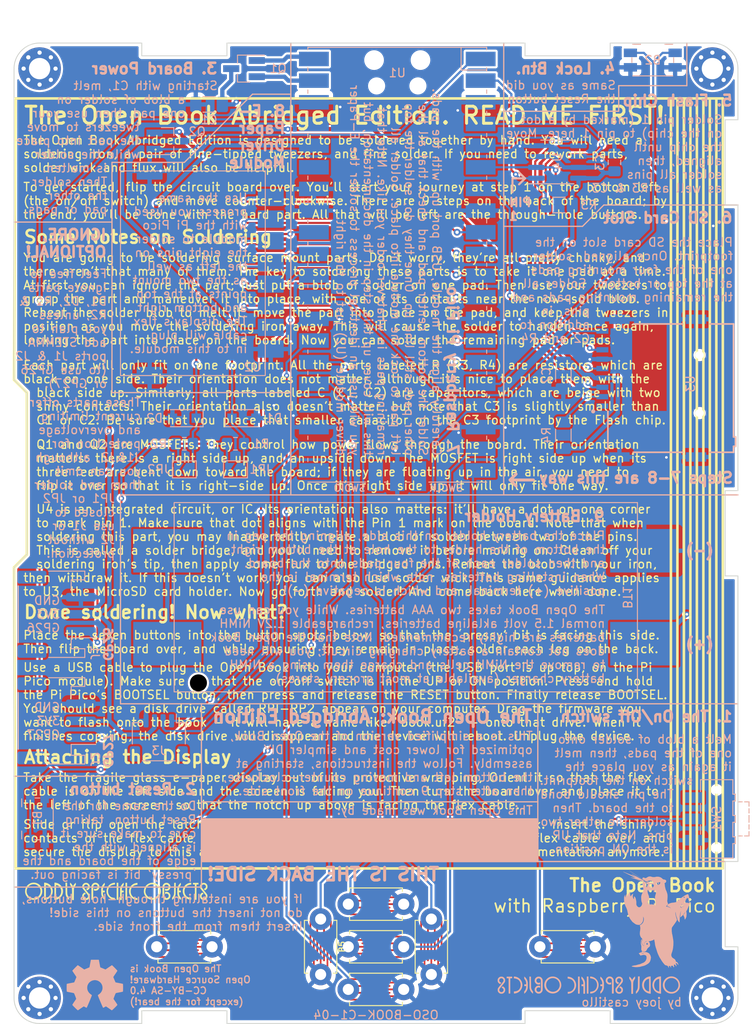
<source format=kicad_pcb>
(kicad_pcb (version 20211014) (generator pcbnew)
  (title_block (title "Open Book Abridged Edition") (date "2022-07-10") (rev "04") (company "Oddly Specific Objects"))
  (layers (0 "F.Cu" signal) (31 "B.Cu" signal) (34 "B.Paste" user) (35 "F.Paste" user) (36 "B.SilkS" user "B.Silkscreen") (37 "F.SilkS" user "F.Silkscreen") (38 "B.Mask" user) (39 "F.Mask" user) (44 "Edge.Cuts" user))
  (net 0 "")
  (net 1 "GND")
  (net 2 "VCC")
  (net 3 "+BATT")
  (net 4 "/GP26")
  (net 5 "/GP27")
  (net 6 "/TX{slash}SDA")
  (net 7 "/RX{slash}SCL")
  (net 8 "VBUS")
  (net 9 "+3V3")
  (net 10 "/BTN_LOCK")
  (net 11 "/BABEL_CS")
  (net 12 "/SD_CS")
  (net 13 "/SCK")
  (net 14 "/MOSI")
  (net 15 "/MISO")
  (net 16 "/DISPLAY_BUSY")
  (net 17 "/DISPLAY_RESET")
  (net 18 "/DISPLAY_DC")
  (net 19 "/DISPLAY_CS")
  (net 20 "/DISPLAY_SCK")
  (net 21 "/DISPLAY_MOSI")
  (net 22 "/BTN_RIGHT")
  (net 23 "/BTN_SEL")
  (net 24 "/BTN_NEXT")
  (net 25 "/BTN_PREV")
  (net 26 "/BTN_UP")
  (net 27 "/BTN_LEFT")
  (net 28 "/BTN_DOWN")
  (net 29 "/SD_CD")
  (net 30 "/RESET")
  (net 31 "Net-(J1-Pad1)")
  (net 32 "/EN")
  (net 33 "/SWCLK")
  (net 34 "/SWDIO")
  (net 36 "+3.3VP")
  (net 38 "Net-(J2-Pad1)")
  (net 41 "/~{EN2}")
  (net 42 "BATT_MID")
  (footprint "TACT_PANA-EVQ:TACT_PANA-EVQ-BUTTONPAD" (layer "F.Cu") (at 42.5 111)
    (fp_text reference "B8" hide)
    (fp_text value "SW_Push")
  )
  (footprint "TACT_PANA-EVQ:TACT_PANA-EVQ-BUTTONPAD" (layer "F.Cu") (at 65 106)
    (fp_text reference "B4" hide)
    (fp_text value "SW_Push")
  )
  (footprint "TACT_PANA-EVQ:TACT_PANA-EVQ-BUTTONPAD" (layer "F.Cu") (at 42.5 106 180)
    (fp_text reference "B7" hide)
    (fp_text value "SW_Push")
  )
  (footprint "MountingHole:MountingHole_2.5mm_Pad_Via" (layer "F.Cu") (at 82 112)
    (fp_text reference "REF**" hide)
    (fp_text value "MountingHole_2.5mm_Pad_Via" hide)
  )
  (footprint "TACT_PANA-EVQ:TACT_PANA-EVQ-BUTTONPAD" (layer "F.Cu") (at 36 106 -90)
    (fp_text reference "B5")
    (fp_text value "SW_Push")
  )
  (footprint "TACT_PANA-EVQ:TACT_PANA-EVQ-BUTTONPAD" (layer "F.Cu") (at 42.5 101)
    (fp_text reference "B6" hide)
    (fp_text value "SW_Push")
  )
  (footprint "Oddly_Specific_Artwork:oso-logotype-2mm" (layer "F.Cu") (at 12 99.5)
    (fp_text reference "G***" hide)
    (fp_text value "LOGO" hide)
  )
  (footprint "MountingHole:MountingHole_2.5mm_Pad_Via" (layer "F.Cu") (at 82 3)
    (fp_text reference "REF**" hide)
    (fp_text value "MountingHole_2.5mm_Pad_Via" hide)
  )
  (footprint "TACT_PANA-EVQ:TACT_PANA-EVQ-BUTTONPAD" (layer "F.Cu") (at 49 106 -90)
    (fp_text reference "B9" hide)
    (fp_text value "SW_Push")
  )
  (footprint "MountingHole:MountingHole_2.5mm_Pad_Via" (layer "F.Cu") (at 3 112)
    (fp_text reference "REF**" hide)
    (fp_text value "MountingHole_2.5mm_Pad_Via" hide)
  )
  (footprint "MountingHole:MountingHole_2.5mm_Pad_Via" (layer "F.Cu") (at 3 3)
    (fp_text reference "REF**" hide)
    (fp_text value "MountingHole_2.5mm_Pad_Via" hide)
  )
  (footprint "TACT_PANA-EVQ:TACT_PANA-EVQ-BUTTONPAD" (layer "F.Cu") (at 20 106)
    (fp_text reference "B3" hide)
    (fp_text value "SW_Push")
  )
  (footprint "Jumper:SolderJumper-2_P1.3mm_Open_TrianglePad1.0x1.5mm" (layer "B.Cu") (at 20 50 180)
    (fp_text reference "JP2")
    (fp_text value "Jumper_2_Open")
  )
  (footprint "Connector_JST:JST_PH_S3B-PH-SM4-TB_1x03-1MP_P2.00mm_Horizontal" (layer "B.Cu") (at 5 79.5 90)
    (fp_text reference "J2")
    (fp_text value "JST-PH3")
  )
  (footprint "Oddly_Specific_Artwork:oso-logotype-2mm" (layer "B.Cu") (at 67.5 110.5 180)
    (fp_text reference "G***" hide)
    (fp_text value "LOGO" hide)
  )
  (footprint "Diode_SMD:D_SOD-123F" (layer "B.Cu") (at 20 44 180)
    (fp_text reference "D2")
    (fp_text value "D_Zener")
  )
  (footprint "Connector_JST:JST_PH_S3B-PH-SM4-TB_1x03-1MP_P2.00mm_Horizontal" (layer "B.Cu") (at 5 67 90)
    (fp_text reference "J1")
    (fp_text value "JST-PH3")
  )
  (footprint "OSO-BOOK-C2-01:OSO-BOOK-C2-01" (layer "B.Cu") (at 21 27 180)
    (fp_text reference "U2")
    (fp_text value "OSO-BOOK-C2-01")
  )
  (footprint "Package_SO:SOIC-8_3.9x4.9mm_P1.27mm" (layer "B.Cu") (at 63.8 13.95)
    (fp_text reference "U4")
    (fp_text value "GD25Q16C")
  )
  (footprint "Oddly_Specific_Artwork:oso-bear-8mm-wide" (layer "B.Cu") (at 75.5 102.75 180)
    (fp_text reference "G***" hide)
    (fp_text value "LOGO" hide)
  )
  (footprint "Diode_SMD:D_SOD-123F" (layer "B.Cu") (at 27 44)
    (fp_text reference "D1")
    (fp_text value "D_Zener")
  )
  (footprint "Connector_JST:JST_SH_SM04B-SRSS-TB_1x04-1MP_P1.00mm_Horizontal" (layer "B.Cu") (at 17 81.5 180)
    (fp_text reference "J3")
    (fp_text value "JST-PH4")
  )
  (footprint "Capacitor_SMD:C_1206_3216Metric_Pad1.33x1.80mm_HandSolder" (layer "B.Cu") (at 64.5 39 90)
    (fp_text reference "C2")
    (fp_text value "10µF")
  )
  (footprint "Capacitor_SMD:C_0805_2012Metric_Pad1.18x1.45mm_HandSolder" (layer "B.Cu") (at 70.5 14 90)
    (fp_text reference "C3")
    (fp_text value "1µF")
  )
  (footprint "Button_Switch_SMD:Panasonic_EVQPUJ_EVQPUA" (layer "B.Cu") (at 75 2 180)
    (fp_text reference "B2")
    (fp_text value "SW_Push")
  )
  (footprint "Package_TO_SOT_SMD:SOT-23_Handsoldering" (layer "B.Cu") (at 18 11.5)
    (fp_text reference "Q2")
    (fp_text value "Q_PMOS_GSD")
  )
  (footprint "Resistor_SMD:R_0805_2012Metric_Pad1.20x1.40mm_HandSolder" (layer "B.Cu") (at 20 47 180)
    (fp_text reference "R2")
    (fp_text value "1k")
  )
  (footprint "Resistor_SMD:R_1206_3216Metric_Pad1.30x1.75mm_HandSolder" (layer "B.Cu") (at 64 19)
    (fp_text reference "R3")
    (fp_text value "10K")
  )
  (footprint "Jumper:SolderJumper-2_P1.3mm_Open_TrianglePad1.0x1.5mm" (layer "B.Cu") (at 26 50 180)
    (fp_text reference "JP1")
    (fp_text value "Jumper_2_Open")
  )
  (footprint "MEM2075-00-140-01-A:GCT_MEM2075-00-140-01-A" (layer "B.Cu") (at 80.5 40 -90)
    (fp_text reference "U3")
    (fp_text value "MEM2075")
  )
  (footprint "Battery_Holder:AAA_SMT" (layer "B.Cu") (at 46 65 180)
    (fp_text reference "BT1")
    (fp_text value "Battery")
  )
  (footprint "Button_Switch_SMD:SW_SPDT_CK-JS102011SAQN" (layer "B.Cu") (at 82.5 91 -90)
    (fp_text reference "SW1")
    (fp_text value "SW_SPDT")
  )
  (footprint "Symbol:OSHW-Symbol_6.7x6mm_SilkScreen" (layer "B.Cu") (at 9.5 110.5 180)
    (fp_text reference "REF**" hide)
    (fp_text value "OSHW-Symbol_6.7x6mm_SilkScreen" hide)
  )
  (footprint "Resistor_SMD:R_1206_3216Metric_Pad1.30x1.75mm_HandSolder" (layer "B.Cu") (at 64.5 46 -90)
    (fp_text reference "R4")
    (fp_text value "10K")
  )
  (footprint "Package_TO_SOT_SMD:SOT-23_Handsoldering" (layer "B.Cu") (at 27 3 180)
    (fp_text reference "Q1")
    (fp_text value "Q_PMOS_GSD")
  )
  (footprint "Resistor_SMD:R_0805_2012Metric_Pad1.20x1.40mm_HandSolder" (layer "B.Cu") (at 26 47 180)
    (fp_text reference "R1")
    (fp_text value "1k")
  )
  (footprint "Capacitor_SMD:C_1206_3216Metric_Pad1.33x1.80mm_HandSolder" (layer "B.Cu") (at 22.9 7.2 180)
    (fp_text reference "C1")
    (fp_text value "10µF")
  )
  (footprint "Button_Switch_SMD:Panasonic_EVQPUJ_EVQPUA" (layer "B.Cu") (at 2.75 91 -90)
    (fp_text reference "B1")
    (fp_text value "SW_Push")
  )
  (footprint "MCU_RaspberryPi_and_Boards:RPi_Pico_SMD" (layer "B.Cu") (at 45 26 180)
    (fp_text reference "U1")
    (fp_text value "Pico")
  )
  (gr_line (start 22 89) (end 22 99) (layer "B.SilkS") (width 0.15))
  (gr_line (start 12.5 77.5) (end 22 77.5) (layer "B.SilkS") (width 0.15))
  (gr_line (start 60 15.875) (end 58.525 15.875) (layer "B.SilkS") (width 0.25))
  (gr_line (start 22 89) (end 61.5 89) (layer "B.SilkS") (width 0.15))
  (gr_line (start 11.5 14) (end 20 14) (layer "B.SilkS") (width 0.15))
  (gr_line (start 71 8) (end 57.5 8) (layer "B.SilkS") (width 0.15))
  (gr_line (start 69.25 19) (end 85 19) (layer "B.SilkS") (width 0.15))
  (gr_line (start 61.5 96) (end 22 96) (layer "B.SilkS") (width 0.15))
  (gr_line (start 79 5) (end 71 5) (layer "B.SilkS") (width 0.15))
  (gr_line (start 57.5 21.5) (end 66.75 21.5) (layer "B.SilkS") (width 0.15))
  (gr_line (start 58.95 50.55) (end 58.25 51.25) (layer "B.SilkS") (width 0.35))
  (gr_line (start 32.5 42) (end 32.5 53) (layer "B.SilkS") (width 0.15))
  (gr_line (start 28 6) (end 32.5 6) (layer "B.SilkS") (width 0.15))
  (gr_line (start 57.5 21.5) (end 57.5 0) (layer "B.SilkS") (width 0.15))
  (gr_line (start 85 77.5) (end 22 77.5) (layer "B.SilkS") (width 0.15))
  (gr_line (start 58.525 15.875) (end 58.525 17.5) (layer "B.SilkS") (width 0.25))
  (gr_line (start 61.5 96) (end 83.5 96) (layer "B.SilkS") (width 0.15))
  (gr_line (start 58.25 51.25) (end 58.95 51.95) (layer "B.SilkS") (width 0.35))
  (gr_line (start 11.5 41) (end 32.5 41) (layer "B.SilkS") (width 0.15))
  (gr_line (start 79 0) (end 79 5) (layer "B.SilkS") (width 0.15))
  (gr_line (start 22 99) (end 0 99) (layer "B.SilkS") (width 0.15))
  (gr_line (start 58.25 51.25) (end 60.9875 51.25) (layer "B.SilkS") (width 0.35))
  (gr_line (start 32.5 1.5) (end 32.5 42) (layer "B.SilkS") (width 0.15))
  (gr_rect (start 61.5 96) (end 22 91) (layer "B.SilkS") (width 0.15) (fill solid))
  (gr_line (start 20 14) (end 28 6) (layer "B.SilkS") (width 0.15))
  (gr_line (start 59.3 16.575) (end 60 15.875) (layer "B.SilkS") (width 0.25))
  (gr_line (start 32.5 0) (end 32.5 1.5) (layer "B.SilkS") (width 0.15))
  (gr_line (start 11.5 21) (end 11.5 41) (layer "B.SilkS") (width 0.15))
  (gr_line (start 11.5 14) (end 11.5 21) (layer "B.SilkS") (width 0.15))
  (gr_line (start 61.5 96) (end 61.5 77.5) (layer "B.SilkS") (width 0.15))
  (gr_line (start 60 15.875) (end 59.3 15.175) (layer "B.SilkS") (width 0.25))
  (gr_line (start 22 77.5) (end 22 89) (layer "B.SilkS") (width 0.15))
  (gr_line (start 66.75 21.5) (end 69.25 19) (layer "B.SilkS") (width 0.15))
  (gr_line (start 57.5 53) (end 57.5 21.5) (layer "B.SilkS") (width 0.15))
  (gr_line (start 12.5 53) (end 12.5 77.5) (layer "B.SilkS") (width 0.15))
  (gr_line (start 22 86) (end 0 86) (layer "B.SilkS") (width 0.15))
  (gr_line (start 11.5 21) (end 0 21) (layer "B.SilkS") (width 0.15))
  (gr_line (start 12.5 53) (end 85 53) (layer "B.SilkS") (width 0.15))
  (gr_line (start 71 5) (end 71 8) (layer "B.SilkS") (width 0.15))
  (gr_line (start 81.702 6.5) (end 82.464 6.5) (layer "F.SilkS") (width 0.3048))
  (gr_line (start 1.5 60) (end 0 61.5) (layer "F.SilkS") (width 0.3048))
  (gr_line (start 80.94 6.5) (end 80.94 96.812) (layer "F.SilkS") (width 0.3048))
  (gr_line (start 80.94 6.5) (end 81.702 6.5) (layer "F.SilkS") (width 0.3048))
  (gr_line (start 77.892 96.812) (end 77.13 96.812) (layer "F.SilkS") (width 0.3048))
  (gr_line (start 1.5 60) (end 1.5 41) (layer "F.SilkS") (width 0.3048))
  (gr_line (start 77.892 6.5) (end 77.892 96.812) (layer "F.SilkS") (width 0.3048))
  (gr_line (start 0.168 6.5) (end 77.13 6.5) (layer "F.SilkS") (width 0.3048))
  (gr_line (start 82.464 96.812) (end 81.702 96.812) (layer "F.SilkS") (width 0.3048))
  (gr_line (start 83.226 6.5) (end 83.226 96.812) (layer "F.SilkS") (width 0.3048))
  (gr_line (start 77.892 6.5) (end 78.654 6.5) (layer "F.SilkS") (width 0.3048))
  (gr_line (start 77.13 96.812) (end 0.168 96.812) (layer "F.SilkS") (width 0.3048))
  (gr_line (start 79.416 96.812) (end 78.654 96.812) (layer "F.SilkS") (width 0.3048))
  (gr_line (start 83.226 96.812) (end 82.464 96.812) (layer "F.SilkS") (width 0.3048))
  (gr_line (start 80.178 96.812) (end 79.416 96.812) (layer "F.SilkS") (width 0.3048))
  (gr_line (start 80.178 6.5) (end 80.178 96.812) (layer "F.SilkS") (width 0.3048))
  (gr_line (start 0 39.5) (end 0.168 6.5) (layer "F.SilkS") (width 0.3048))
  (gr_line (start 0 61.5) (end 0.168 96.812) (layer "F.SilkS") (width 0.3048))
  (gr_line (start 81.702 6.5) (end 81.702 96.812) (layer "F.SilkS") (width 0.3048))
  (gr_line (start 82.464 6.5) (end 82.464 96.812) (layer "F.SilkS") (width 0.3048))
  (gr_line (start 81.702 96.812) (end 80.94 96.812) (layer "F.SilkS") (width 0.3048))
  (gr_line (start 80.94 96.812) (end 80.178 96.812) (layer "F.SilkS") (width 0.3048))
  (gr_line (start 77.13 6.5) (end 77.892 6.5) (layer "F.SilkS") (width 0.3048))
  (gr_line (start 82.464 6.5) (end 83.226 6.5) (layer "F.SilkS") (width 0.3048))
  (gr_line (start 78.654 96.812) (end 77.892 96.812) (layer "F.SilkS") (width 0.3048))
  (gr_line (start 79.416 6.5) (end 79.416 96.812) (layer "F.SilkS") (width 0.3048))
  (gr_line (start 78.654 6.5) (end 79.416 6.5) (layer "F.SilkS") (width 0.3048))
  (gr_line (start 77.13 6.5) (end 77.13 96.812) (layer "F.SilkS") (width 0.3048))
  (gr_line (start 79.416 6.5) (end 80.178 6.5) (layer "F.SilkS") (width 0.3048))
  (gr_line (start 78.654 6.5) (end 78.654 96.812) (layer "F.SilkS") (width 0.3048))
  (gr_line (start 1.5 41) (end 0 39.5) (layer "F.SilkS") (width 0.3048))
  (gr_line (start 80.178 6.5) (end 80.94 6.5) (layer "F.SilkS") (width 0.3048))
  (gr_line (start 85 9) (end 83.5 9) (layer "Edge.Cuts") (width 0.1))
  (gr_line (start 83.5 96) (end 85 96) (layer "Edge.Cuts") (width 0.1))
  (gr_line (start 85 106) (end 83.5 106) (layer "Edge.Cuts") (width 0.1))
  (gr_line (start 85 62.5) (end 85 96) (layer "Edge.Cuts") (width 0.1))
  (gr_line (start 83.5 52.5) (end 83.5 62.5) (layer "Edge.Cuts") (width 0.1))
  (gr_line (start 70 1.5) (end 70 0) (layer "Edge.Cuts") (width 0.1))
  (gr_line (start 25 0) (end 25 1.5) (layer "Edge.Cuts") (width 0.1))
  (gr_line (start 85 112) (end 85 106) (layer "Edge.Cuts") (width 0.1))
  (gr_line (start 25 1.5) (end 15 1.5) (layer "Edge.Cuts") (width 0.1))
  (gr_line (start 70 113.5) (end 60 113.5) (layer "Edge.Cuts") (width 0.1))
  (gr_line (start 83.5 19) (end 85 19) (layer "Edge.Cuts") (width 0.1))
  (gr_line (start 0 112) (end 0 61.5) (layer "Edge.Cuts") (width 0.1))
  (gr_line (start 1.5 60) (end 1.5 41) (layer "Edge.Cuts") (width 0.1))
  (gr_line (start 70 0) (end 82 0) (layer "Edge.Cuts") (width 0.1))
  (gr_line (start 83.5 9) (end 83.5 19) (layer "Edge.Cuts") (width 0.1))
  (gr_line (start 70 115) (end 82 115) (layer "Edge.Cuts") (width 0.1))
  (gr_line (start 0 39.5) (end 0 3) (layer "Edge.Cuts") (width 0.1))
  (gr_line (start 15 1.5) (end 15 0) (layer "Edge.Cuts") (width 0.1))
  (gr_line (start 60 1.5) (end 70 1.5) (layer "Edge.Cuts") (width 0.1))
  (gr_line (start 25 0) (end 60 0) (layer "Edge.Cuts") (width 0.1))
  (gr_line (start 15 115) (end 15 113.5) (layer "Edge.Cuts") (width 0.1))
  (gr_arc (start 0 3) (mid 0.87868 0.87868) (end 3 0) (layer "Edge.Cuts") (width 0.1))
  (gr_line (start 60 0) (end 60 1.5) (layer "Edge.Cuts") (width 0.1))
  (gr_arc (start 85 112) (mid 84.12132 114.12132) (end 82 115) (layer "Edge.Cuts") (width 0.1))
  (gr_line (start 0 61.5) (end 1.5 60) (layer "Edge.Cuts") (width 0.1))
  (gr_arc (start 3 115) (mid 0.87868 114.12132) (end 0 112) (layer "Edge.Cuts") (width 0.1))
  (gr_line (start 85 3) (end 85 9) (layer "Edge.Cuts") (width 0.1))
  (gr_line (start 1.5 41) (end 0 39.5) (layer "Edge.Cuts") (width 0.1))
  (gr_line (start 70 115) (end 70 113.5) (layer "Edge.Cuts") (width 0.1))
  (gr_line (start 83.5 106) (end 83.5 96) (layer "Edge.Cuts") (width 0.1))
  (gr_line (start 60 115) (end 25 115) (layer "Edge.Cuts") (width 0.1))
  (gr_line (start 85 19) (end 85 52.5) (layer "Edge.Cuts") (width 0.1))
  (gr_line (start 15 113.5) (end 25 113.5) (layer "Edge.Cuts") (width 0.1))
  (gr_line (start 3 0) (end 15 0) (layer "Edge.Cuts") (width 0.1))
  (gr_line (start 3 115) (end 15 115) (layer "Edge.Cuts") (width 0.1))
  (gr_line (start 25 113.5) (end 25 115) (layer "Edge.Cuts") (width 0.1))
  (gr_line (start 85 52.5) (end 83.5 52.5) (layer "Edge.Cuts") (width 0.1))
  (gr_line (start 60 113.5) (end 60 115) (layer "Edge.Cuts") (width 0.1))
  (gr_line (start 83.5 62.5) (end 85 62.5) (layer "Edge.Cuts") (width 0.1))
  (gr_arc (start 82 0) (mid 84.12132 0.87868) (end 85 3) (layer "Edge.Cuts") (width 0.1))
  (gr_text "Place the battery holder on this side, aligning the peg in \nthe bottom of the holder to the hole at the bottom right, \nand then solder each of the four pads onto the board. \nWhen installing batteries, note which terminal is the\npositive (+) terminal, and which is negative (-)!" (at 69.5 61) (layer "B.SilkS") (effects (font (size 1 1)) (justify left mirror)))
  (gr_text "If you are installing through-hole buttons,\ndo not insert the buttons on this side!\nInsert them from the front side." (at 34 102) (layer "B.SilkS") (effects (font (size 1 1)) (justify left mirror)))
  (gr_text "3. Board Power" (at 24 3) (layer "B.SilkS") (effects (font (size 1.25 1.25) (thickness 0.3)) (justify left mirror)))
  (gr_text "Steps 7-8 are this way" (at 61.5 51) (layer "B.SilkS") (effects (font (size 1.25 1.25) (thickness 0.3)) (justify right mirror)))
  (gr_text "The Open Book: Abridged Edition" (at 61 79) (layer "B.SilkS") (effects (font (size 1.5 1.5) (thickness 0.35)) (justify left mirror)))
  (gr_text "6. SD Card Slot" (at 84.5 20.5) (layer "B.SilkS") (effects (font (size 1.25 1.25) (thickness 0.3)) (justify left mirror)))
  (gr_text "2. Reset button" (at 21.5 87.5) (layer "B.SilkS") (effects (font (size 1.25 1.25) (thickness 0.3)) (justify left mirror)))
  (gr_text "Do the same for the\nReset button, taking\ncare to make sure it \nis aligned with the \nedge of the board and the \n‘pressy’ bit is facing out." (at 21.5 93.5) (layer "B.SilkS") (effects (font (size 1 1)) (justify left mirror)))
  (gr_text "These parts offer\ncurrent limiting\nand overvoltage\nprotection for\nJ1&J2, although\nyou can omit \nthem and solder \n    JP1 or JP2 \n    closed to\n    use J1 or \n    J2 without\n    protection." (at 15 51) (layer "B.SilkS") (effects (font (size 1 1)) (justify left mirror)))
  (gr_text "GP26" (at 11 70.5 270) (layer "B.SilkS") (effects (font (size 1 1) (thickness 0.25)) (justify mirror)))
  (gr_text "by joey castillo" (at 78.5 112.5) (layer "B.SilkS") (effects (font (size 1 1)) (justify left mirror)))
  (gr_text "This is a simplified version of the Open Book, \noptimized for lower cost and simpler DIY \nassembly. Follow the instructions, starting at \nthe bottom left and moving counter-clockwise,\nthen after step 9 continue on the front side." (at 61 84.5) (layer "B.SilkS") (effects (font (size 1 1)) (justify left mirror)))
  (gr_text "9. Battery Holder" (at 69.5 55.5) (layer "B.SilkS") (effects (font (size 1.25 1.25) (thickness 0.3)) (justify left mirror)))
  (gr_text "This Open Book was made by:" (at 61 90) (layer "B.SilkS") (effects (font (size 1 1)) (justify left mirror)))
  (gr_text "GP27" (at 11 83 270) (layer "B.SilkS") (effects (font (size 1 1) (thickness 0.25)) (justify mirror)))
  (gr_text "(+)" (at 80.5 70.5) (layer "B.SilkS") (effects (font (size 1.25 1.25) (thickness 0.3125)) (justify mirror)))
  (gr_text "Melt a blob of solder onto\none of the pads, then melt\nit again as you place the \n      switch on the footprint.\n         The pin should bond\n         to the board. Then \n         solder the other two \n         pins. Note that UP\n         is the ON position." (at 84.4 88.1) (layer "B.SilkS") (effects (font (size 1 1)) (justify left mirror)))
  (gr_text "1. The On/Off switch" (at 84.5 79) (layer "B.SilkS") (effects (font (size 1.25 1.25) (thickness 0.3)) (justify left mirror)))
  (gr_text "7. Raspberry Pi Pico" (at 51.5 48.5 270) (layer "B.SilkS") (effects (font (size 1.25 1.25) (thickness 0.3)) (justify left mirror)))
  (gr_text "THIS IS THE BACK SIDE!" (at 22.5 97.5) (layer "B.SilkS") (effects (font (size 1.5 1.5) (thickness 0.35)) (justify right mirror)))
  (gr_text "Same as you did\nthe Reset button" (at 70.75 5.75) (layer "B.SilkS") (effects (font (size 1 1)) (justify left mirror)))
  (gr_text "The Open Book is\nOpen Source Hardware!\nCC-BY-SA 4.0\n(except for the bear!)" (at 13.5 110.5) (layer "B.SilkS") (effects (font (size 0.8 0.8)) (justify right mirror)))
  (gr_text "GND\n3V3\nGP26" (at 5.5 67) (layer "B.SilkS") (effects (font (size 1 1)) (justify left mirror)))
  (gr_text "8. E-\nPaper\nDriver\nModule" (at 32 11) (layer "B.SilkS") (effects (font (size 1.25 1.25) (thickness 0.3)) (justify left mirror)))
  (gr_text "Use the same \nprocess you used \nwith the Pi Pico\nmodule to solder\nthe eight pins on\nthe left as well\nas the two mount\npoints at the top\nand bottom right.\nThe display's flex\ncable will plug \nin to this module." (at 27.5 27) (layer "B.SilkS") (effects (font (size 1 1)) (justify left mirror)))
  (gr_text "Feel free to\nignore parts\nD1, D2, R1 &\nR2, unless \nyou plan to \nadd STEMMA \nports J1 & J2 \n(to use GP26 \nor GP27)." (at 11 33.5) (layer "B.SilkS") (effects (font (size 1 1)) (justify left mirror)))
  (gr_text "OSO-BOOK-C1-04" (at 42.5 114) (layer "B.SilkS") (effects (font (size 1 1)) (justify mirror)))
  (gr_text "PIN\n1" (at 58 19.5) (layer "B.SilkS") (effects (font (size 1 1) (thickness 0.25)) (justify right mirror)))
  (gr_text "5. Flash Chip" (at 84.5 6.75) (layer "B.SilkS") (effects (font (size 1.25 1.25) (thickness 0.3)) (justify left mirror)))
  (gr_text "Carefully align the module, USB port up, with the pads. \nSolder the bottom center pad, and check that all the\nother pads still line up. Once they do, solder the top\nleft pad to lock the module into place. Solder all\nremaining pads in whatever order you like. Note that \nthis will cover up this step in the documentation, but\nyou will use an identical process to solder the E-Paper\ndriver module (U2) just to the right." (at 44 48.5 270) (layer "B.SilkS") (effects (font (size 1 1)) (justify left mirror)))
  (gr_text "The Open Book takes two AAA batteries. While you can use\nnormal 1.5 volt aklaline batteries, rechargeable 1.2V NiMH \nbatteries are highly recommended. Note that the Open Book\ndoes not contain a battery charging circuit; you will need\nto remove the NiMH cells and charge them using a NiMH \nbattery charger (available at most grocery stores)." (at 69.5 70.5) (layer "B.SilkS") (effects (font (size 1 1)) (justify left mirror)))
  (gr_text "Place the SD card slot on the\nfootprint. Once aligned, solder\none of the four mounting pads \nat the top or bottom. Solder all \nthe remaining mounting pads and \n                      pins, in \n                      addition to\n                      C2 and R4." (at 84.5 29) (layer "B.SilkS") (effects (font (size 1 1)) (justify left mirror)))
  (gr_text "(-)" (at 80.5 59.5) (layer "B.SilkS") (effects (font (size 1.25 1.25) (thickness 0.3125)) (justify mirror)))
  (gr_text "4. Lock Btn." (at 70.75 3) (layer "B.SilkS") (effects (font (size 1.25 1.25) (thickness 0.3)) (justify left mirror)))
  (gr_text "Solder pin 1 (marked by a dot\non the chip) to pin 1 here. Move \nthe chip until \naligned, then \nsolder all pins \nas well as R3 & C3." (at 83.25 13) (layer "B.SilkS") (effects (font (size 1 1)) (justify left mirror)))
  (gr_text "Starting with C1, melt \n     a blob of solder on\n     one pad, then use your\n            tweezers to move\n            the part into place\n            while the solder\n                 is molten. \n                 Then solder \n                 the other \n                 pad or pads." (at 24 12.25) (layer "B.SilkS") (effects (font (size 1 1)) (justify left mirror)))
  (gr_text "IGNORE,\nOPTIONAL!" (at 11 23.5) (layer "B.SilkS") (effects (font (size 1.25 1.25) (thickness 0.3)) (justify left mirror)))
  (gr_text "GND\n3V3\nGP27" (at 5.5 79.5) (layer "B.SilkS") (effects (font (size 1 1)) (justify left mirror)))
  (gr_text "Some Notes on Soldering" (at 1 22.75) (layer "F.SilkS") (effects (font (size 1.5 1.5) (thickness 0.3)) (justify left)))
  (gr_text "Take the fragile glass e-paper display out of its protective wrapping, Orient it so that the flex \ncable is on the left side and the screen is facing you. Then turn the board over and place it to \nthe left of the screen, so that the notch up above is facing the flex cable." (at 1 87.75) (layer "F.SilkS") (effects (font (size 1 1)) (justify left)))
  (gr_text "The Open Book Abridged Edition is designed to be soldered together by hand. You will need a\nsoldering iron, a pair of fine-tipped tweezers, and fine solder. If you need to rework parts,\nsolder wick and flux will also be helpful." (at 1 13) (layer "F.SilkS") (effects (font (size 1 1)) (justify left)))
  (gr_text "  Q1 and Q2 are MOSFETs. They control how power flows through the board. Their orientation \n  matters: there is a right side up, and an upside down. The MOSFET is right side up when its \n  three feet are bent down toward the board; if they are floating up in the air, you need to \n  flip it over so that it is right-side up. Once it's right side up, it will only fit one way." (at 1 49.5) (layer "F.SilkS") (effects (font (size 1 1)) (justify left)))
  (gr_text "You are going to be soldering surface mount parts. Don't worry, they're all pretty chunky, and \nthere aren't that many of them. The key to soldering these parts is to take it one pad at a time. \nAt first you can ignore the part; just put a blob of solder on one pad. Then use your tweezers to \ngrasp the part and maneuver it into place, with one of its contacts near the now-solid blob. \nReheat the solder blob to melt it, move the part into place on the pad, and keep the tweezers in \nposition as you move the soldering iron away. This will cause the solder to harden once again, \nlocking the part into place on the board. Now you can solder the remaining pad or pads." (at 1 30) (layer "F.SilkS") (effects (font (size 1 1)) (justify left)))
  (gr_text "Done soldering! Now what?" (at 1 66.75) (layer "F.SilkS") (effects (font (size 1.5 1.5) (thickness 0.3)) (justify left)))
  (gr_text "Use a USB cable to plug the Open Book into your computer (the USB port is up top, on the Pi \nPico module). Make sure    that the on/off switch is in the UP or ON position. Press and hold \nthe Pi Pico's BOOTSEL button, then press and release the RESET button. Finally release BOOTSEL.\nYou should see a disk drive called RPI-RP2 appear on your computer. Drag the firmware you \nwant to flash onto the book - it will have a name like {dblquote}book.uf2{dblquote} - onto that drive. When it\nfinishes copying, the disk drive will disappear and the device will reboot. Unplug the device." (at 1 77.25) (layer "F.SilkS") (effects (font (size 1 1)) (justify left)))
  (gr_text "The Open Book\n " (at 82.5 100) (layer "F.SilkS") (effects (font (size 1.5 1.5) (thickness 0.3)) (justify right)))
  (gr_text "  U4 is an integrated circuit, or IC. Its orientation also matters: it'll have a dot on one corner \n  to mark pin 1. Make sure that dot aligns with the Pin 1 mark on the board. Note that when \n  soldering this part, you may inadvertently create a blob of solder between two of the pins. \n  This is called a solder bridge, and you'll need to remove it before moving on. Clean off your \n  soldering iron's tip, then apply some flux to the bridged pins. Reheat the blob with your iron, \nthen withdraw it. If this doesn't work, you can also use solder wick. This same guidance applies \nto U3, the MicroSD card holder. Now go forth and solder! And come back here when done." (at 1 59.5) (layer "F.SilkS") (effects (font (size 1 1)) (justify left)))
  (gr_text "The Open Book Abridged Edition. READ ME FIRST!" (at 1 8.5) (layer "F.SilkS") (effects (font (size 2 2) (thickness 0.35)) (justify left)))
  (gr_text "Place the seven buttons into the button spots below, so that the ‘pressy’ bit is facing this side. \nThen flip the board over, and while ensuring they remain in place, solder each leg on the back." (at 1 70.25) (layer "F.SilkS") (effects (font (size 1 1)) (justify left)))
  (gr_text " \nwith Raspberry Pi Pico" (at 82.5 100) (layer "F.SilkS") (effects (font (size 1.5 1.5) (thickness 0.2)) (justify right)))
  (gr_text "Slide or flip open the latch on the flex connector in the E-Paper Driver block. Insert the shiny \ncontacts of the flex cable into the connector, then close the latch. Fold the flex cable over, and \nsecure the display to this area using adhesive tape; you don't need this documentation anymore." (at 1 93.25) (layer "F.SilkS") (effects (font (size 1 1)) (justify left)))
  (gr_text "Attaching the Display" (at 1 83.75) (layer "F.SilkS") (effects (font (size 1.5 1.5) (thickness 0.3)) (justify left)))
  (gr_text "To get started, flip the circuit board over. You'll start your journey at step 1 on the bottom left\n(the on/off switch) and move counter-clockwise. There are 9 steps on the back of the board; by \nthe end, you'll be done with the hard part. All that will be left are the through-hole buttons." (at 1 18.5) (layer "F.SilkS") (effects (font (size 1 1)) (justify left)))
  (gr_text "Each part will only fit on one footprint. All the parts labeled R (R3, R4) are resistors, which are \nblack on one side. Their orientation does not matter, although it's nice to place them with the \n  black side up. Similarly, all parts labeled C (C1, C2) are capacitors, which are beige with two \n  shiny contacts. Their orientation also doesn't matter, but note that C3 is slightly smaller than \n  C1 or C2. Be sure that you place that smaller capacitor on the C3 footprint by the Flash chip." (at 1 41) (layer "F.SilkS") (effects (font (size 1 1)) (justify left)))
  (via (at 57.3 7.8) (size 0.635) (drill 0.3048) (layers "F.Cu" "B.Cu") (net 1))
  (via (at 52.1 7.9) (size 0.635) (drill 0.3048) (layers "F.Cu" "B.Cu") (net 1))
  (via (at 32.5 35) (size 0.635) (drill 0.3048) (layers "F.Cu" "B.Cu") (net 1))
  (via (at 76.6 20.9) (size 0.635) (drill 0.3048) (layers "F.Cu" "B.Cu") (net 1))
  (via (at 37.6 19.65) (size 0.635) (drill 0.3048) (layers "F.Cu" "B.Cu") (net 1))
  (via (at 45.2 53.5) (size 0.635) (drill 0.3048) (layers "F.Cu" "B.Cu") (net 1))
  (via (at 52 32.3) (size 0.635) (drill 0.3048) (layers "F.Cu" "B.Cu") (net 1))
  (via (at 61.3 7.8) (size 0.635) (drill 0.3048) (layers "F.Cu" "B.Cu") (net 1))
  (via (at 32.8 43.7) (size 0.635) (drill 0.3048) (layers "F.Cu" "B.Cu") (net 1))
  (via (at 52.2 45.7) (size 0.635) (drill 0.3048) (layers "F.Cu" "B.Cu") (net 1))
  (via (at 65 11.2) (size 0.635) (drill 0.3048) (layers "F.Cu" "B.Cu") (net 1))
  (via (at 44.8 47.8) (size 0.635) (drill 0.3048) (layers "F.Cu" "B.Cu") (net 1))
  (via (at 17.2 15) (size 0.635) (drill 0.3048) (layers "F.Cu" "B.Cu") (net 1))
  (via (at 67.6 37.1) (size 0.635) (drill 0.3048) (layers "F.Cu" "B.Cu") (net 1))
  (via (at 82.1 21.45) (size 0.635) (drill 0.3048) (layers "F.Cu" "B.Cu") (net 1))
  (via (at 59.4 12.1) (size 0.635) (drill 0.3048) (layers "F.Cu" "B.Cu") (net 1))
  (via (at 59.35 32.4) (size 0.635) (drill 0.3048) (layers "F.Cu" "B.Cu") (net 1))
  (via (at 57.6 32.5) (size 0.635) (drill 0.3048) (layers "F.Cu" "B.Cu") (net 1))
  (via (at 76.6 48.6) (size 0.635) (drill 0.3048) (layers "F.Cu" "B.Cu") (net 1))
  (via (at 69 13.8) (size 0.635) (drill 0.3048) (layers "F.Cu" "B.Cu") (net 1))
  (via (at 30.5 42.5) (size 0.635) (drill 0.3048) (layers "F.Cu" "B.Cu") (net 1))
  (via (at 57.7 45.1) (size 0.635) (drill 0.3048) (layers "F.Cu" "B.Cu") (net 1))
  (via (at 38.2 32.4) (size 0.635) (drill 0.3048) (layers "F.Cu" "B.Cu") (net 1))
  (via (at 38.3 7.5) (size 0.635) (drill 0.3048) (layers "F.Cu" "B.Cu") (net 1))
  (segment (start 32.5 34) (end 34.15 32.35) (width 0.5) (layer "B.Cu") (net 1))
  (segment (start 34.1 32.35) (end 33.08 31.33) (width 0.5) (layer "B.Cu") (net 1))
  (segment (start 32.5 35) (end 32.5 34) (width 0.5) (layer "B.Cu") (net 1))
  (segment (start 31.75 3.95) (end 28.5 3.95) (width 0.5) (layer "B.Cu") (net 2))
  (segment (start 31.75 3.95) (end 32.21 4.41) (width 0.5) (layer "B.Cu") (net 2))
  (segment (start 32.21 4.41) (end 36.11 4.41) (width 0.5) (layer "B.Cu") (net 2))
  (segment (start 79 18.3) (end 67.3 6.6) (width 0.5) (layer "F.Cu") (net 3))
  (segment (start 26.4 6.6) (end 26.1 6.9) (width 0.5) (layer "F.Cu") (net 3))
  (segment (start 79 67) (end 79 18.3) (width 0.5) (layer "F.Cu") (net 3))
  (segment (start 67.3 6.6) (end 26.4 6.6) (width 0.5) (layer "F.Cu") (net 3))
  (via (at 26.1 6.9) (size 0.635) (drill 0.3048) (layers "F.Cu" "B.Cu") (net 3))
  (via (at 79 67) (size 0.635) (drill 0.3048) (layers "F.Cu" "B.Cu") (net 3))
  (segment (start 26.1 6.9) (end 25.8 7.2) (width 0.5) (layer "B.Cu") (net 3))
  (segment (start 75.55 70.45) (end 74 70.45) (width 0.5) (layer "B.Cu") (net 3))
  (segment (start 25.5 4.4) (end 25.5 3) (width 0.5) (layer "B.Cu") (net 3))
  (segment (start 79 67) (end 75.55 70.45) (width 0.5) (layer "B.Cu") (net 3))
  (segment (start 25.8 7.2) (end 24.4625 7.2) (width 0.5) (layer "B.Cu") (net 3))
  (segment (start 24.4625 7.2) (end 24.4625 5.4375) (width 0.5) (layer "B.Cu") (net 3))
  (segment (start 24.4625 5.4375) (end 25.5 4.4) (width 0.5) (layer "B.Cu") (net 3))
  (segment (start 26.45 24.9) (end 32.4 24.9) (width 0.25) (layer "F.Cu") (net 4))
  (segment (start 25.6 37.8) (end 25.6 25.75) (width 0.25) (layer "F.Cu") (net 4))
  (segment (start 25.6 25.75) (end 26.45 24.9) (width 0.25) (layer "F.Cu") (net 4))
  (via (at 32.4 24.9) (size 0.635) (drill 0.3048) (layers "F.Cu" "B.Cu") (net 4))
  (via (at 25.6 37.8) (size 0.635) (drill 0.3048) (layers "F.Cu" "B.Cu") (net 4))
  (segment (start 32.4 24.9) (end 35.94 24.9) (width 0.25) (layer "B.Cu") (net 4))
  (segment (start 25.6 37.8) (end 25.6 44) (width 0.25) (layer "B.Cu") (net 4))
  (segment (start 27 46.1) (end 27 47) (width 0.25) (layer "B.Cu") (net 4))
  (segment (start 27 47) (end 27 49.725) (width 0.25) (layer "B.Cu") (net 4))
  (segment (start 25.6 44) (end 25.6 44.7) (width 0.25) (layer "B.Cu") (net 4))
  (segment (start 25.6 44.7) (end 27 46.1) (width 0.25) (layer "B.Cu") (net 4))
  (segment (start 21.4 25.9) (end 24.9 22.4) (width 0.25) (layer "F.Cu") (net 5))
  (segment (start 21.4 37.6) (end 21.4 25.9) (width 0.25) (layer "F.Cu") (net 5))
  (segment (start 24.9 22.4) (end 32.4 22.4) (width 0.25) (layer "F.Cu") (net 5))
  (via (at 32.4 22.4) (size 0.635) (drill 0.3048) (layers "F.Cu" "B.Cu") (net 5))
  (via (at 21.4 37.6) (size 0.635) (drill 0.3048) (layers "F.Cu" "B.Cu") (net 5))
  (segment (start 21.4 45.2) (end 21.4 44) (width 0.25) (layer "B.Cu") (net 5))
  (segment (start 36.11 22.19) (end 32.61 22.19) (width 0.25) (layer "B.Cu") (net 5))
  (segment (start 32.61 22.19) (end 32.4 22.4) (width 0.25) (layer "B.Cu") (net 5))
  (segment (start 21 47) (end 21 45.6) (width 0.25) (layer "B.Cu") (net 5))
  (segment (start 21 47) (end 21 49.725) (width 0.25) (layer "B.Cu") (net 5))
  (segment (start 21 45.6) (end 21.4 45.2) (width 0.25) (layer "B.Cu") (net 5))
  (segment (start 21.4 37.6) (end 21.4 44) (width 0.25) (layer "B.Cu") (net 5))
  (segment (start 30.84952 71.75048) (end 30.84952 52.45048) (width 0.25) (layer "B.Cu") (net 6))
  (segment (start 17.8 80.7) (end 21.9 80.7) (width 0.25) (layer "B.Cu") (net 6))
  (segment (start 30.84952 52.45048) (end 33.17 50.13) (width 0.25) (layer "B.Cu") (net 6))
  (segment (start 33.17 50.13) (end 36.11 50.13) (width 0.25) (layer "B.Cu") (net 6))
  (segment (start 21.9 80.7) (end 30.84952 71.75048) (width 0.25) (layer "B.Cu") (net 6))
  (segment (start 17.5 79.5) (end 17.5 80.4) (width 0.25) (layer "B.Cu") (net 6))
  (segment (start 17.5 80.4) (end 17.8 80.7) (width 0.25) (layer "B.Cu") (net 6))
  (segment (start 18.5 79.5) (end 22.3 79.5) (width 0.25) (layer "B.Cu") (net 7))
  (segment (start 33.21 47.59) (end 36.11 47.59) (width 0.25) (layer "B.Cu") (net 7))
  (segment (start 22.3 79.5) (end 30.4 71.4) (width 0.25) (layer "B.Cu") (net 7))
  (segment (start 30.4 50.4) (end 33.21 47.59) (width 0.25) (layer "B.Cu") (net 7))
  (segment (start 30.4 71.4) (end 30.4 50.4) (width 0.25) (layer "B.Cu") (net 7))
  (segment (start 32.1 1.6) (end 31.65 2.05) (width 0.5) (layer "B.Cu") (net 8))
  (segment (start 31.65 2.05) (end 28.5 2.05) (width 0.5) (layer "B.Cu") (net 8))
  (segment (start 36.11 1.87) (end 35.84 1.6) (width 0.5) (layer "B.Cu") (net 8))
  (segment (start 35.84 1.6) (end 32.1 1.6) (width 0.5) (layer "B.Cu") (net 8))
  (segment (start 19.4 10.5) (end 22.2 13.3) (width 0.5) (layer "F.Cu") (net 9))
  (segment (start 19.4 10.4) (end 19.4 10.5) (width 0.5) (layer "F.Cu") (net 9))
  (segment (start 11.2 45.5) (end 11.2 34.9) (width 0.5) (layer "F.Cu") (net 9))
  (segment (start 16.7 29.4) (end 16.7 18.8) (width 0.5) (layer "F.Cu") (net 9))
  (segment (start 11.2 34.9) (end 16.7 29.4) (width 0.5) (layer "F.Cu") (net 9))
  (via (at 22.2 13.3) (size 0.635) (drill 0.3048) (layers "F.Cu" "B.Cu") (net 9))
  (via (at 16.7 18.8) (size 0.635) (drill 0.3048) (layers "F.Cu" "B.Cu") (net 9))
  (via (at 19.4 10.4) (size 0.635) (drill 0.3048) (layers "F.Cu" "B.Cu") (net 9))
  (via (at 11.2 45.5) (size 0.635) (drill 0.3048) (layers "F.Cu" "B.Cu") (net 9))
  (segment (start 16.5 80.3) (end 15.7 81.1) (width 0.5) (layer "B.Cu") (net 9))
  (segment (start 12.8 81.1) (end 11.2 79.5) (width 0.5) (layer "B.Cu") (net 9))
  (segment (start 15.7 81.1) (end 12.8 81.1) (width 0.5) (layer "B.Cu") (net 9))
  (segment (start 23.5 12) (end 36.08 12) (width 0.5) (layer "B.Cu") (net 9))
  (segment (start 7.85 67) (end 10 67) (width 0.5) (layer "B.Cu") (net 9))
  (segment (start 19.4 10.4) (end 16.65 10.4) (width 0.5) (layer "B.Cu") (net 9))
  (segment (start 16.7 18.8) (end 22.2 13.3) (width 0.5) (layer "B.Cu") (net 9))
  (segment (start 22.2 13.3) (end 23.5 12) (width 0.5) (layer "B.Cu") (net 9))
  (segment (start 11.2 65.8) (end 10 67) (width 0.5) (layer "B.Cu") (net 9))
  (segment (start 11.2 45.5) (end 11.2 65.8) (width 0.5) (layer "B.Cu") (net 9))
  (segment (start 16.65 10.4) (end 16.5 10.55) (width 0.5) (layer "B.Cu") (net 9))
  (segment (start 16.5 79.5) (end 16.5 80.3) (width 0.5) (layer "B.Cu") (net 9))
  (segment (start 7.85 79.5) (end 11.2 79.5) (width 0.5) (layer "B.Cu") (net 9))
  (segment (start 11.2 79.5) (end 11.2 68.2) (width 0.5) (layer "B.Cu") (net 9))
  (segment (start 11.2 68.2) (end 10 67) (width 0.5) (layer "B.Cu") (net 9))
  (segment (start 72.375 1.15) (end 73.95 1.15) (width 0.25) (layer "B.Cu") (net 10))
  (segment (start 75.05 2.25) (end 75.05 21.95) (width 0.25) (layer "B.Cu") (net 10))
  (segment (start 77.625 1.15) (end 76.15 1.15) (width 0.25) (layer "B.Cu") (net 10))
  (segment (start 53.89 39.97) (end 57.03 39.97) (width 0.25) (layer "B.Cu") (net 10))
  (segment (start 57.03 39.97) (end 75.05 21.95) (width 0.25) (layer "B.Cu") (net 10))
  (segment (start 76.15 1.15) (end 75.05 2.25) (width 0.25) (layer "B.Cu") (net 10))
  (segment (start 73.95 1.15) (end 75.05 2.25) (width 0.25) (layer "B.Cu") (net 10))
  (segment (start 58.4 8.1) (end 58.4 14.9) (width 0.25) (layer "F.Cu") (net 11))
  (segment (start 58.4 14.9) (end 58.9 15.4) (width 0.25) (layer "F.Cu") (net 11))
  (via (at 58.9 15.4) (size 0.635) (drill 0.3048) (layers "F.Cu" "B.Cu") (net 11))
  (via (at 58.4 8.1) (size 0.635) (drill 0.3048) (layers "F.Cu" "B.Cu") (net 11))
  (segment (start 58.4 8.1) (end 58.4 6) (width 0.25) (layer "B.Cu") (net 11))
  (segment (start 62.45 19) (end 62.45 17.7) (width 0.25) (layer "B.Cu") (net 11))
  (segment (start 58.9 15.4) (end 59.355 15.855) (width 0.25) (layer "B.Cu") (net 11))
  (segment (start 61.325 16.575) (end 61.325 15.855) (width 0.25) (layer "B.Cu") (net 11))
  (segment (start 62.45 17.7) (end 61.325 16.575) (width 0.25) (layer "B.Cu") (net 11))
  (segment (start 59.355 15.855) (end 61.325 15.855) (width 0.25) (layer "B.Cu") (net 11))
  (segment (start 56.81 4.41) (end 53.89 4.41) (width 0.25) (layer "B.Cu") (net 11))
  (segment (start 58.4 6) (end 56.81 4.41) (width 0.25) (layer "B.Cu") (net 11))
  (segment (start 67.245937 41.445937) (end 58.245211 32.445211) (width 0.25) (layer "F.Cu") (net 12))
  (segment (start 67.259448 41.445937) (end 67.245937 41.445937) (width 0.25) (layer "F.Cu") (net 12))
  (segment (start 58.245211 29.645211) (end 58.2 29.6) (width 0.25) (layer "F.Cu") (net 12))
  (segment (start 58.245211 32.445211) (end 58.245211 29.645211) (width 0.25) (layer "F.Cu") (net 12))
  (via (at 58.2 29.6) (size 0.635) (drill 0.3048) (layers "F.Cu" "B.Cu") (net 12))
  (via (at 67.259448 41.445937) (size 0.635) (drill 0.3048) (layers "F.Cu" "B.Cu") (net 12))
  (segment (start 67.293511 41.48) (end 69.08 41.48) (width 0.25) (layer "B.Cu") (net 12))
  (segment (start 64.5 44.45) (end 64.5 44.205385) (width 0.25) (layer "B.Cu") (net 12))
  (segment (start 55.505422 17.11) (end 55.86 17.11) (width 0.25) (layer "B.Cu") (net 12))
  (segment (start 55.86 17.11) (end 58.2 19.45) (width 0.25) (layer "B.Cu") (net 12))
  (segment (start 58.2 19.45) (end 58.2 29.6) (width 0.25) (layer "B.Cu") (net 12))
  (segment (start 67.259448 41.445937) (end 67.293511 41.48) (width 0.25) (layer "B.Cu") (net 12))
  (segment (start 64.5 44.205385) (end 67.259448 41.445937) (width 0.25) (layer "B.Cu") (net 12))
  (segment (start 69 11.937467) (end 69 11.925) (width 0.25) (layer "F.Cu") (net 13))
  (segment (start 62.429789 33.129789) (end 62.429789 14.210453) (width 0.25) (layer "F.Cu") (net 13))
  (segment (start 67.3 38) (end 62.429789 33.129789) (width 0.25) (layer "F.Cu") (net 13))
  (segment (start 67.868733 13.068733) (end 69 11.937467) (width 0.25) (layer "F.Cu") (net 13))
  (segment (start 67.4 38) (end 67.3 38) (width 0.25) (layer "F.Cu") (net 13))
  (segment (start 63.571509 13.068733) (end 67.868733 13.068733) (width 0.25) (layer "F.Cu") (net 13))
  (segment (start 62.429789 14.210453) (end 63.571509 13.068733) (width 0.25) (layer "F.Cu") (net 13))
  (via (at 67.4 38) (size 0.635) (drill 0.3048) (layers "F.Cu" "B.Cu") (net 13))
  (via (at 69 11.925) (size 0.635) (drill 0.3048) (layers "F.Cu" "B.Cu") (net 13))
  (segment (start 66.275 13.315) (end 68.085 13.315) (width 0.25) (layer "B.Cu") (net 13))
  (segment (start 67.4 38) (end 67.58 38.18) (width 0.25) (layer "B.Cu") (net 13))
  (segment (start 69 12.4) (end 69 11.4) (width 0.25) (layer "B.Cu") (net 13))
  (segment (start 68.085 13.315) (end 69 12.4) (width 0.25) (layer "B.Cu") (net 13))
  (segment (start 67.09 9.49) (end 53.89 9.49) (width 0.25) (layer "B.Cu") (net 13))
  (segment (start 67.58 38.18) (end 69.08 38.18) (width 0.25) (layer "B.Cu") (net 13))
  (segment (start 69 11.4) (end 67.09 9.49) (width 0.25) (layer "B.Cu") (net 13))
  (segment (start 67.4 39.9) (end 61.2 33.7) (width 0.25) (layer "F.Cu") (net 14))
  (segment (start 61.2 13.9) (end 63.65 11.45) (width 0.25) (layer "F.Cu") (net 14))
  (segment (start 61.2 33.7) (end 61.2 13.9) (width 0.25) (layer "F.Cu") (net 14))
  (via (at 67.4 39.9) (size 0.635) (drill 0.3048) (layers "F.Cu" "B.Cu") (net 14))
  (via (at 63.65 11.45) (size 0.635) (drill 0.3048) (layers "F.Cu" "B.Cu") (net 14))
  (segment (start 64.245 12.045) (end 66.275 12.045) (width 0.25) (layer "B.Cu") (net 14))
  (segment (start 58.22 12.03) (end 59.15 11.1) (width 0.25) (layer "B.Cu") (net 14))
  (segment (start 53.89 12.03) (end 58.22 12.03) (width 0.25) (layer "B.Cu") (net 14))
  (segment (start 63.3 11.1) (end 63.65 11.45) (width 0.25) (layer "B.Cu") (net 14))
  (segment (start 67.4 39.9) (end 67.88 40.38) (width 0.25) (layer "B.Cu") (net 14))
  (segment (start 59.15 11.1) (end 63.3 11.1) (width 0.25) (layer "B.Cu") (net 14))
  (segment (start 63.65 11.45) (end 64.245 12.045) (width 0.25) (layer "B.Cu") (net 14))
  (segment (start 67.88 40.38) (end 69.08 40.38) (width 0.25) (layer "B.Cu") (net 14))
  (segment (start 63.6 31.8) (end 67.6 35.8) (width 0.25) (layer "F.Cu") (net 15))
  (segment (start 63.6 14.9) (end 63.6 31.8) (width 0.25) (layer "F.Cu") (net 15))
  (via (at 63.6 14.9) (size 0.635) (drill 0.3048) (layers "F.Cu" "B.Cu") (net 15))
  (via (at 67.6 35.8) (size 0.635) (drill 0.3048) (layers "F.Cu" "B.Cu") (net 15))
  (segment (start 63.6 14.9) (end 63.285 14.585) (width 0.25) (layer "B.Cu") (net 15))
  (segment (start 69.08 35.98) (end 67.78 35.98) (width 0.25) (layer "B.Cu") (net 15))
  (segment (start 67.78 35.98) (end 67.6 35.8) (width 0.25) (layer "B.Cu") (net 15))
  (segment (start 63.285 14.585) (end 61.325 14.585) (width 0.25) (layer "B.Cu") (net 15))
  (segment (start 53.89 14.57) (end 61.31 14.57) (width 0.25) (layer "B.Cu") (net 15))
  (segment (start 52.02 22.19) (end 51.89 22.19) (width 0.25) (layer "F.Cu") (net 16))
  (segment (start 51.89 22.19) (end 48.3 18.6) (width 0.25) (layer "F.Cu") (net 16))
  (segment (start 48.3 18.6) (end 27 18.6) (width 0.25) (layer "F.Cu") (net 16))
  (via (at 27 18.6) (size 0.6) (drill 0.3) (layers "F.Cu" "B.Cu") (net 16))
  (via (at 52.02 22.19) (size 0.8) (drill 0.4) (layers "F.Cu" "B.Cu") (net 16))
  (segment (start 52.02 22.19) (end 53.89 22.19) (width 0.25) (layer "B.Cu") (net 16))
  (segment (start 27.49 18.11) (end 27 18.6) (width 0.25) (layer "B.Cu") (net 16))
  (segment (start 29.144 18.11) (end 27.49 18.11) (width 0.25) (layer "B.Cu") (net 16))
  (segment (start 51.82 24.62) (end 48.3 21.1) (width 0.25) (layer "F.Cu") (net 17))
  (segment (start 51.95 24.62) (end 51.82 24.62) (width 0.25) (layer "F.Cu") (net 17))
  (segment (start 48.3 21.1) (end 27 21.1) (width 0.25) (layer "F.Cu") (net 17))
  (via (at 27 21.1) (size 0.6) (drill 0.3) (layers "F.Cu" "B.Cu") (net 17))
  (via (at 51.95 24.62) (size 0.8) (drill 0.4) (layers "F.Cu" "B.Cu") (net 17))
  (segment (start 52.06 24.73) (end 53.89 24.73) (width 0.25) (layer "B.Cu") (net 17))
  (segment (start 51.95 24.62) (end 52.06 24.73) (width 0.25) (layer "B.Cu") (net 17))
  (segment (start 29.144 20.65) (end 27.45 20.65) (width 0.25) (layer "B.Cu") (net 17))
  (segment (start 27.45 20.65) (end 27 21.1) (width 0.25) (layer "B.Cu") (net 17))
  (segment (start 51.9 27.2) (end 48.3 23.6) (width 0.25) (layer "F.Cu") (net 18))
  (segment (start 48.3 23.6) (end 27 23.6) (width 0.25) (layer "F.Cu") (net 18))
  (via (at 51.9 27.2) (size 0.8) (drill 0.4) (layers "F.Cu" "B.Cu") (net 18))
  (via (at 27 23.6) (size 0.6) (drill 0.3) (layers "F.Cu" "B.Cu") (net 18))
  (segment (start 53.89 27.27) (end 51.97 27.27) (width 0.25) (layer "B.Cu") (net 18))
  (segment (start 29.144 23.19) (end 27.41 23.19) (width 0.25) (layer "B.Cu") (net 18))
  (segment (start 27.41 23.19) (end 27 23.6) (width 0.25) (layer "B.Cu") (net 18))
  (segment (start 51.97 27.27) (end 51.9 27.2) (width 0.25) (layer "B.Cu") (net 18))
  (segment (start 48.5 26.4) (end 51.9 29.8) (width 0.25) (layer "F.Cu") (net 19))
  (segment (start 27 26.4) (end 48.5 26.4) (width 0.25) (layer "F.Cu") (net 19))
  (via (at 27 26.4) (size 0.6) (drill 0.3) (layers "F.Cu" "B.Cu") (net 19))
  (via (at 51.9 29.8) (size 0.8) (drill 0.4) (layers "F.Cu" "B.Cu") (net 19))
  (segment (start 51.91 29.81) (end 51.9 29.8) (width 0.25) (layer "B.Cu") (net 19))
  (segment (start 53.89 29.81) (end 51.91 29.81) (width 0.25) (layer "B.Cu") (net 19))
  (segment (start 27 26.4) (end 27.17 26.23) (width 0.25) (layer "B.Cu") (net 19))
  (segment (start 27.17 26.23) (end 29.894 26.23) (width 0.25) (layer "B.Cu") (net 19))
  (segment (start 27 28.2) (end 45.2 28.2) (width 0.25) (layer "F.Cu") (net 20))
  (segment (start 51.89 34.89) (end 52.05 34.89) (width 0.25) (layer "F.Cu") (net 20))
  (segment (start 45.2 28.2) (end 51.89 34.89) (width 0.25) (layer "F.Cu") (net 20))
  (via (at 27 28.2) (size 0.6) (drill 0.3) (layers "F.Cu" "B.Cu") (net 20))
  (via (at 52.05 34.89) (size 0.8) (drill 0.4) (layers "F.Cu" "B.Cu") (net 20))
  (segment (start 52.05 34.89) (end 53.89 34.89) (width 0.25) (layer "B.Cu") (net 20))
  (segment (start 27 28.2) (end 27.57 28.77) (width 0.25) (layer "B.Cu") (net 20))
  (segment (start 27.57 28.77) (end 29.894 28.77) (width 0.25) (layer "B.Cu") (net 20))
  (segment (start 27 30.8) (end 45.3 30.8) (width 0.25) (layer "F.Cu") (net 21))
  (segment (start 45.3 30.8) (end 51.9 37.4) (width 0.25) (layer "F.Cu") (net 21))
  (via (at 27 30.8) (size 0.6) (drill 0.3) (layers "F.Cu" "B.Cu") (net 21))
  (via (at 51.9 37.4) (size 0.8) (drill 0.4) (layers "F.Cu" "B.Cu") (net 21))
  (segment (start 27.51 31.31) (end 29.894 31.31) (width 0.25) (layer "B.Cu") (net 21))
  (segment (start 51.93 37.43) (end 51.9 37.4) (width 0.25) (layer "B.Cu") (net 21))
  (segment (start 27 30.8) (end 27.51 31.31) (width 0.25) (layer "B.Cu") (net 21))
  (segment (start 53.89 37.43) (end 51.93 37.43) (width 0.25) (layer "B.Cu") (net 21))
  (segment (start 49 102.749999) (end 49 98.8) (width 0.25) (layer "B.Cu") (net 22))
  (segment (start 49 98.8) (end 44.7 94.5) (width 0.25) (layer "B.Cu") (net 22))
  (segment (start 44.7 94.5) (end 44.7 65.5) (width 0.25) (layer "B.Cu") (net 22))
  (segment (start 49.2 47.2) (end 53.89 42.51) (width 0.25) (layer "B.Cu") (net 22))
  (segment (start 49.2 61) (end 49.2 47.2) (width 0.25) (layer "B.Cu") (net 22))
  (segment (start 44.7 65.5) (end 49.2 61) (width 0.25) (layer "B.Cu") (net 22))
  (segment (start 51.2 50.28) (end 53.89 47.59) (width 0.25) (layer "B.Cu") (net 23))
  (segment (start 45.750001 106) (end 49.4 106) (width 0.25) (layer "B.Cu") (net 23))
  (segment (start 51.2 104.2) (end 51.2 50.28) (width 0.25) (layer "B.Cu") (net 23))
  (segment (start 49.4 106) (end 51.2 104.2) (width 0.25) (layer "B.Cu") (net 23))
  (segment (start 61.749999 95.999999) (end 53.89 88.14) (width 0.25) (layer "B.Cu") (net 24))
  (segment (start 61.749999 106) (end 61.749999 95.999999) (width 0.25) (layer "B.Cu") (net 24))
  (segment (start 53.89 88.14) (end 53.89 50.13) (width 0.25) (layer "B.Cu") (net 24))
  (segment (start 34.9 70.6) (end 34.9 77.9) (width 0.25) (layer "F.Cu") (net 25))
  (segment (start 34.9 77.9) (end 29.8 83) (width 0.25) (layer "F.Cu") (net 25))
  (via (at 29.8 83) (size 0.635) (drill 0.3048) (layers "F.Cu" "B.Cu") (net 25))
  (via (at 34.9 70.6) (size 0.635) (drill 0.3048) (layers "F.Cu" "B.Cu") (net 25))
  (segment (start 34.9 64) (end 38.3 60.6) (width 0.25) (layer "B.Cu") (net 25))
  (segment (start 16.749999 106) (end 16.749999 96.050001) (width 0.25) (layer "B.Cu") (net 25))
  (segment (start 38.3 60.6) (end 38.3 44.7) (width 0.25) (layer "B.Cu") (net 25))
  (segment (start 38.3 44.7) (end 36.11 42.51) (width 0.25) (layer "B.Cu") (net 25))
  (segment (start 16.749999 96.050001) (end 29.8 83) (width 0.25) (layer "B.Cu") (net 25))
  (segment (start 34.9 70.6) (end 34.9 64) (width 0.25) (layer "B.Cu") (net 25))
  (segment (start 39.5 98) (end 39.5 100.749999) (width 0.25) (layer "B.Cu") (net 26))
  (segment (start 41 43.8) (end 41 63.5) (width 0.25) (layer "B.Cu") (net 26))
  (segment (start 36.11 39.97) (end 37.17 39.97) (width 0.25) (layer "B.Cu") (net 26))
  (segment (start 37.17 39.97) (end 41 43.8) (width 0.25) (layer "B.Cu") (net 26))
  (segment (start 41 63.5) (end 43 65.5) (width 0.25) (layer "B.Cu") (net 26))
  (segment (start 43 65.5) (end 43 94.5) (width 0.25) (layer "B.Cu") (net 26))
  (segment (start 43 94.5) (end 39.5 98) (width 0.25) (layer "B.Cu") (net 26))
  (segment (start 38.9 38) (end 39.5 38.6) (width 0.25) (layer "F.Cu") (net 27))
  (segment (start 39.5 38.6) (end 39.5 47.1) (width 0.25) (layer "F.Cu") (net 27))
  (via (at 39.5 47.1) (size 0.635) (drill 0.3048) (layers "F.Cu" "B.Cu") (net 27))
  (via (at 38.9 38) (size 0.635) (drill 0.3048) (layers "F.Cu" "B.Cu") (net 27))
  (segment (start 38.33 37.43) (end 36.11 37.43) (width 0.25) (layer "B.Cu") (net 27))
  (segment (start 37 66) (end 37 97.5) (width 0.25) (layer "B.Cu") (net 27))
  (segment (start 39.5 47.1) (end 39.5 63.5) (width 0.25) (layer "B.Cu") (net 27))
  (segment (start 39.5 63.5) (end 37 66) (width 0.25) (layer "B.Cu") (net 27))
  (segment (start 36 98.5) (end 36 102.749999) (width 0.25) (layer "B.Cu") (net 27))
  (segment (start 37 97.5) (end 36 98.5) (width 0.25) (layer "B.Cu") (net 27))
  (segment (start 38.9 38) (end 38.33 37.43) (width 0.25) (layer "B.Cu") (net 27))
  (segment (start 32 55) (end 32 39) (width 0.25) (layer "F.Cu") (net 28))
  (via (at 32 55) (size 0.6) (drill 0.3) (layers "F.Cu" "B.Cu") (net 28))
  (via (at 32 39) (size 0.6) (drill 0.3) (layers "F.Cu" "B.Cu") (net 28))
  (segment (start 32 102.4) (end 39.249999 109.649999) (width 0.25) (layer "B.Cu") (net 28))
  (segment (start 32 37.486178) (end 34.596178 34.89) (width 0.25) (layer "B.Cu") (net 28))
  (segment (start 32 39) (end 32 37.486178) (width 0.25) (layer "B.Cu") (net 28))
  (segment (start 39.249999 109.649999) (end 39.249999 111) (width 0.25) (layer "B.Cu") (net 28))
  (segment (start 32 55) (end 32 102.4) (width 0.25) (layer "B.Cu") (net 28))
  (segment (start 58 41.3) (end 65.52 33.78) (width 0.25) (layer "B.Cu") (net 29))
  (segment (start 36.11 29.81) (end 38.81 29.81) (width 0.25) (layer "B.Cu") (net 29))
  (segment (start 50.3 41.3) (end 58 41.3) (width 0.25) (layer "B.Cu") (net 29))
  (segment (start 38.81 29.81) (end 50.3 41.3) (width 0.25) (layer "B.Cu") (net 29))
  (segment (start 65.52 33.78) (end 69.08 33.78) (width 0.25) (layer "B.Cu") (net 29))
  (segment (start 10.2 85.2) (end 14.8 85.2) (width 0.25) (layer "F.Cu") (net 30))
  (segment (start 32.45 33.15) (end 32.45 32.5) (width 0.25) (layer "F.Cu") (net 30))
  (segment (start 14.8 85.2) (end 23 77) (width 0.25) (layer "F.Cu") (net 30))
  (segment (start 29 36.6) (end 32.45 33.15) (width 0.25) (layer "F.Cu") (net 30))
  (segment (start 29 55) (end 29 36.6) (width 0.25) (layer "F.Cu") (net 30))
  (via (at 23 77) (size 0.635) (drill 0.3048) (layers "F.Cu" "B.Cu") (net 30))
  (via (at 29 55) (size 0.6) (drill 0.3) (layers "F.Cu" "B.Cu") (net 30))
  (via (at 32.45 32.5) (size 0.6) (drill 0.3) (layers "F.Cu" "B.Cu") (net 30))
  (via (at 10.2 85.2) (size 0.635) (drill 0.3048) (layers "F.Cu" "B.Cu") (net 30))
  (segment (start 32.45 32.5) (end 32.45 28.05) (width 0.25) (layer "B.Cu") (net 30))
  (segment (start 32.45 28.05) (end 33.23 27.27) (width 0.25) (layer "B.Cu") (net 30))
  (segment (start 1.9 93.625) (end 1.9 88.375) (width 0.25) (layer "B.Cu") (net 30))
  (segment (start 29 55) (end 29 71) (width 0.25) (layer "B.Cu") (net 30))
  (segment (start 1.9 87.6) (end 1.9 88.375) (width 0.25) (layer "B.Cu") (net 30))
  (segment (start 29 71) (end 23 77) (width 0.25) (layer "B.Cu") (net 30))
  (segment (start 10.2 85.2) (end 4.3 85.2) (width 0.25) (layer "B.Cu") (net 30))
  (segment (start 4.3 85.2) (end 1.9 87.6) (width 0.25) (layer "B.Cu") (net 30))
  (segment (start 33.23 27.27) (end 36.11 27.27) (width 0.25) (layer "B.Cu") (net 30))
  (segment (start 9.8 70.3) (end 9.8 51.4) (width 0.25) (layer "F.Cu") (net 31))
  (segment (start 9.8 51.4) (end 14.2 47) (width 0.25) (layer "F.Cu") (net 31))
  (segment (start 14.2 47) (end 23.2 47) (width 0.25) (layer "F.Cu") (net 31))
  (via (at 23.2 47) (size 0.635) (drill 0.3048) (layers "F.Cu" "B.Cu") (net 31))
  (via (at 9.8 70.3) (size 0.635) (drill 0.3048) (layers "F.Cu" "B.Cu") (net 31))
  (segment (start 25 47) (end 25 49.725) (width 0.25) (layer "B.Cu") (net 31))
  (segment (start 8.5 69) (end 9.8 70.3) (width 0.25) (layer "B.Cu") (net 31))
  (segment (start 23.2 47) (end 25 47) (width 0.25) (layer "B.Cu") (net 31))
  (segment (start 7.85 69) (end 8.5 69) (width 0.25) (layer "B.Cu") (net 31))
  (segment (start 10.7 91) (end 3 83.3) (width 0.25) (layer "F.Cu") (net 32))
  (segment (start 3 83.3) (end 3 30.2) (width 0.25) (layer "F.Cu") (net 32))
  (segment (start 71 91) (end 10.7 91) (width 0.25) (layer "F.Cu") (net 32))
  (via (at 71 91) (size 0.635) (drill 0.3048) (layers "F.Cu" "B.Cu") (net 32))
  (via (at 3 30.2) (size 0.635) (drill 0.3048) (layers "F.Cu" "B.Cu") (net 32))
  (segment (start 3 20.65) (end 14.7 8.95) (width 0.25) (layer "B.Cu") (net 32))
  (segment (start 35.57 8.95) (end 36.11 9.49) (width 0.25) (layer "B.Cu") (net 32))
  (segment (start 14.7 8.95) (end 35.57 8.95) (width 0.25) (layer "B.Cu") (net 32))
  (segment (start 3 30.2) (end 3 20.65) (width 0.25) (layer "B.Cu") (net 32))
  (segment (start 79.75 91) (end 71 91) (width 0.25) (layer "B.Cu") (net 32))
  (segment (start 70.9 39.3) (end 70.9 29.3) (width 0.5) (layer "F.Cu") (net 36))
  (segment (start 32.15 10.1) (end 42.2 10.1) (width 0.5) (layer "F.Cu") (net 36))
  (segment (start 57.5 25.4) (end 59.8 25.4) (width 0.5) (layer "F.Cu") (net 36))
  (segment (start 70.9 29.3) (end 65 23.4) (width 0.5) (layer "F.Cu") (net 36))
  (segment (start 42.2 10.1) (end 57.5 25.4) (width 0.5) (layer "F.Cu") (net 36))
  (via (at 59.8 25.4) (size 0.635) (drill 0.3048) (layers "F.Cu" "B.Cu") (net 36))
  (via (at 32.15 10.1) (size 0.635) (drill 0.3048) (layers "F.Cu" "B.Cu") (net 36))
  (via (at 65 23.4) (size 0.635) (drill 0.3048) (layers "F.Cu" "B.Cu") (net 36))
  (via (at 70.9 39.3) (size 0.635) (drill 0.3048) (layers "F.Cu" "B.Cu") (net 36))
  (segment (start 70.9 43.4) (end 70.9 39.3) (width 0.5) (layer "B.Cu") (net 36))
  (segment (start 69.08 39.28) (end 70.88 39.28) (width 0.5) (layer "B.Cu") (net 36))
  (segment (start 12.7 19.9) (end 26.65 33.85) (width 0.5) (layer "B.Cu") (net 36))
  (segment (start 64.585 14.585) (end 66.275 14.585) (width 0.5) (layer "B.Cu") (net 36))
  (segment (start 66.9375 38.9) (end 67.8 38.9) (width 0.5) (layer "B.Cu") (net 36))
  (segment (start 65.55 19) (end 65.55 17.5) (width 0.5) (layer "B.Cu") (net 36))
  (segment (start 64.5 37.4375) (end 65.475 37.4375) (width 0.5) (layer "B.Cu") (net 36))
  (segment (start 14.5 11.5) (end 12.7 13.3) (width 0.5) (layer "B.Cu") (net 36))
  (segment (start 68.655 14.585) (end 69.295 15.225) (width 0.5) (layer "B.Cu") (net 36))
  (segment (start 69.295 15.225) (end 68.665 15.855) (width 0.5) (layer "B.Cu") (net 36))
  (segment (start 19.5 11.5) (end 14.5 11.5) (width 0.5) (layer "B.Cu") (net 36))
  (segment (start 64.5 47.55) (end 66.75 47.55) (width 0.5) (layer "B.Cu") (net 36))
  (segment (start 61.325 13.315) (end 63.315 13.315) (width 0.5) (layer "B.Cu") (net 36))
  (segment (start 69.295 15.225) (end 70.3125 15.225) (width 0.5) (layer "B.Cu") (net 36))
  (segment (start 65.55 17.5) (end 66.275 16.775) (width 0.5) (layer "B.Cu") (net 36))
  (segment (start 63.315 13.315) (end 64.585 14.585) (width 0.5) (layer "B.Cu") (net 36))
  (segment (start 66.75 47.55) (end 70.9 43.4) (width 0.5) (layer "B.Cu") (net 36))
  (segment (start 21.95 10.1) (end 32.15 10.1) (width 0.5) (layer "B.Cu") (net 36))
  (segment (start 68.665 15.855) (end 66.275 15.855) (width 0.5) (layer "B.Cu") (net 36))
  (segment (start 12.7 13.3) (end 12.7 19.9) (width 0.5) (layer "B.Cu") (net 36))
  (segment (start 68.18 39.28) (end 69.08 39.28) (width 0.5) (layer "B.Cu") (net 36))
  (segment (start 65.475 37.4375) (end 66.9375 38.9) (width 0.5) (layer "B.Cu") (net 36))
  (segment (start 59.8 25.4) (end 63 25.4) (width 0.5) (layer "B.Cu") (net 36))
  (segment (start 20.55 11.5) (end 21.95 10.1) (width 0.5) (layer "B.Cu") (net 36))
  (segment (start 19.5 11.5) (end 20.55 11.5) (width 0.5) (layer "B.Cu") (net 36))
  (segment (start 65.55 22.85) (end 65.55 19) (width 0.5) (layer "B.Cu") (net 36))
  (segment (start 63 25.4) (end 65 23.4) (width 0.5) (layer "B.Cu") (net 36))
  (segment (start 66.275 15.855) (end 66.275 16.775) (width 0.5) (layer "B.Cu") (net 36))
  (segment (start 26.65 33.85) (end 29.894 33.85) (width 0.5) (layer "B.Cu") (net 36))
  (segment (start 70.88 39.28) (end 70.9 39.3) (width 0.5) (layer "B.Cu") (net 36))
  (segment (start 66.275 14.585) (end 68.655 14.585) (width 0.5) (layer "B.Cu") (net 36))
  (segment (start 67.8 38.9) (end 68.18 39.28) (width 0.5) (layer "B.Cu") (net 36))
  (segment (start 65 23.4) (end 65.55 22.85) (width 0.5) (layer "B.Cu") (net 36))
  (segment (start 12.6 80.1) (end 12.6 53.4) (width 0.25) (layer "F.Cu") (net 38))
  (segment (start 11.2 81.5) (end 12.6 80.1) (width 0.25) (layer "F.Cu") (net 38))
  (segment (start 10.35 81.5) (end 11.2 81.5) (width 0.25) (layer "F.Cu") (net 38))
  (via (at 12.6 53.4) (size 0.635) (drill 0.3048) (layers "F.Cu" "B.Cu") (net 38))
  (via (at 10.35 81.5) (size 0.6) (drill 0.3) (layers "F.Cu" "B.Cu") (net 38))
  (segment (start 12.6 50.7) (end 16.3 47) (width 0.25) (layer "B.Cu") (net 38))
  (segment (start 12.6 53.4) (end 12.6 50.7) (width 0.25) (layer "B.Cu") (net 38))
  (segment (start 19.275 47.275) (end 19 47) (width 0.25) (layer "B.Cu") (net 38))
  (segment (start 16.3 47) (end 19 47) (width 0.25) (layer "B.Cu") (net 38))
  (segment (start 7.85 81.5) (end 10.35 81.5) (width 0.25) (layer "B.Cu") (net 38))
  (segment (start 19.275 50) (end 19.275 47.275) (width 0.25) (layer "B.Cu") (net 38))
  (segment (start 44.987711 10.772289) (end 53.89 1.87) (width 0.25) (layer "B.Cu") (net 41))
  (segment (start 21.094578 12.45) (end 22.772289 10.772289) (width 0.25) (layer "B.Cu") (net 41))
  (segment (start 22.772289 10.772289) (end 44.987711 10.772289) (width 0.25) (layer "B.Cu") (net 41))
  (segment (start 16.5 12.45) (end 21.094578 12.45) (width 0.25) (layer "B.Cu") (net 41))
  (segment (start 18 59.55) (end 18 70.45) (width 0.5) (layer "B.Cu") (net 42))
  (zone (net 1) (net_name "GND") (layer "F.Cu") (connect_pads (clearance 0.254)) (min_thickness 0.2032) (fill yes (thermal_gap 0.508) (thermal_bridge_width 0.508))
    (polygon (pts (xy 83.25 96.8) (xy 0 96.8) (xy 0 6.5) (xy 83.25 6.5)))
  )
  (zone (net 1) (net_name "GND") (layer "B.Cu") (connect_pads (clearance 0.254)) (min_thickness 0.2032) (fill yes (thermal_gap 0.508) (thermal_bridge_width 0.508))
    (polygon (pts (xy 85 115) (xy 0 115) (xy 0 0) (xy 85 0)))
  )
)
</source>
